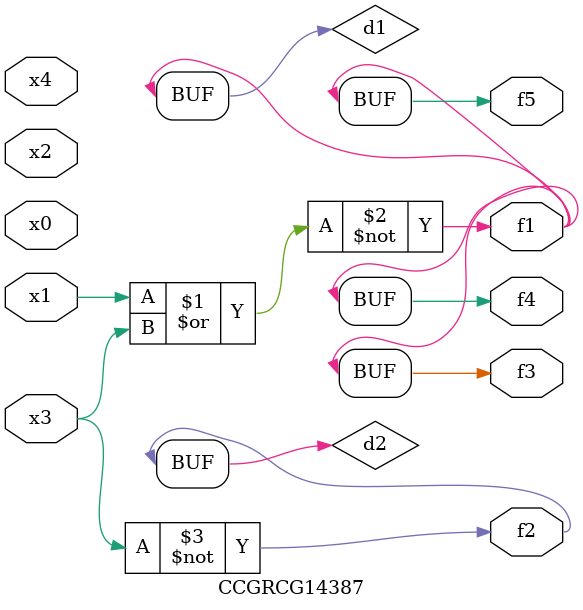
<source format=v>
module CCGRCG14387(
	input x0, x1, x2, x3, x4,
	output f1, f2, f3, f4, f5
);

	wire d1, d2;

	nor (d1, x1, x3);
	not (d2, x3);
	assign f1 = d1;
	assign f2 = d2;
	assign f3 = d1;
	assign f4 = d1;
	assign f5 = d1;
endmodule

</source>
